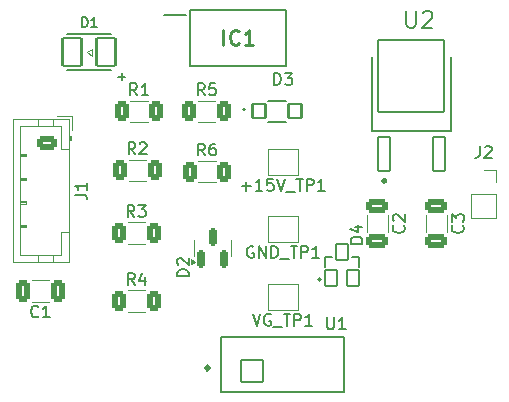
<source format=gbr>
%TF.GenerationSoftware,KiCad,Pcbnew,8.0.1*%
%TF.CreationDate,2025-03-02T16:25:42+00:00*%
%TF.ProjectId,PWM Control Circuit,50574d20-436f-46e7-9472-6f6c20436972,rev?*%
%TF.SameCoordinates,Original*%
%TF.FileFunction,Legend,Top*%
%TF.FilePolarity,Positive*%
%FSLAX46Y46*%
G04 Gerber Fmt 4.6, Leading zero omitted, Abs format (unit mm)*
G04 Created by KiCad (PCBNEW 8.0.1) date 2025-03-02 16:25:42*
%MOMM*%
%LPD*%
G01*
G04 APERTURE LIST*
G04 Aperture macros list*
%AMRoundRect*
0 Rectangle with rounded corners*
0 $1 Rounding radius*
0 $2 $3 $4 $5 $6 $7 $8 $9 X,Y pos of 4 corners*
0 Add a 4 corners polygon primitive as box body*
4,1,4,$2,$3,$4,$5,$6,$7,$8,$9,$2,$3,0*
0 Add four circle primitives for the rounded corners*
1,1,$1+$1,$2,$3*
1,1,$1+$1,$4,$5*
1,1,$1+$1,$6,$7*
1,1,$1+$1,$8,$9*
0 Add four rect primitives between the rounded corners*
20,1,$1+$1,$2,$3,$4,$5,0*
20,1,$1+$1,$4,$5,$6,$7,0*
20,1,$1+$1,$6,$7,$8,$9,0*
20,1,$1+$1,$8,$9,$2,$3,0*%
G04 Aperture macros list end*
%ADD10C,0.150000*%
%ADD11C,0.254000*%
%ADD12C,0.127000*%
%ADD13C,0.200000*%
%ADD14C,0.120000*%
%ADD15C,0.300000*%
%ADD16C,0.152400*%
%ADD17C,0.100000*%
%ADD18RoundRect,0.102000X-0.555000X-0.610000X0.555000X-0.610000X0.555000X0.610000X-0.555000X0.610000X0*%
%ADD19RoundRect,0.250000X-0.312500X-0.625000X0.312500X-0.625000X0.312500X0.625000X-0.312500X0.625000X0*%
%ADD20RoundRect,0.150000X0.150000X-0.587500X0.150000X0.587500X-0.150000X0.587500X-0.150000X-0.587500X0*%
%ADD21C,3.800000*%
%ADD22C,1.800000*%
%ADD23RoundRect,0.102000X-0.485000X-1.415000X0.485000X-1.415000X0.485000X1.415000X-0.485000X1.415000X0*%
%ADD24RoundRect,0.102000X-2.815000X-3.045000X2.815000X-3.045000X2.815000X3.045000X-2.815000X3.045000X0*%
%ADD25RoundRect,0.250000X-0.650000X0.325000X-0.650000X-0.325000X0.650000X-0.325000X0.650000X0.325000X0*%
%ADD26RoundRect,0.102000X0.500000X-0.700000X0.500000X0.700000X-0.500000X0.700000X-0.500000X-0.700000X0*%
%ADD27RoundRect,0.250000X-0.325000X-0.650000X0.325000X-0.650000X0.325000X0.650000X-0.325000X0.650000X0*%
%ADD28R,1.850000X0.650000*%
%ADD29RoundRect,0.102000X-0.955000X-0.955000X0.955000X-0.955000X0.955000X0.955000X-0.955000X0.955000X0*%
%ADD30C,2.114000*%
%ADD31R,1.350000X1.350000*%
%ADD32O,1.350000X1.350000*%
%ADD33RoundRect,0.250000X-0.625000X0.350000X-0.625000X-0.350000X0.625000X-0.350000X0.625000X0.350000X0*%
%ADD34O,1.750000X1.200000*%
%ADD35RoundRect,0.102000X-0.800000X-1.200000X0.800000X-1.200000X0.800000X1.200000X-0.800000X1.200000X0*%
G04 APERTURE END LIST*
D10*
X109256905Y-87769819D02*
X109256905Y-86769819D01*
X109256905Y-86769819D02*
X109495000Y-86769819D01*
X109495000Y-86769819D02*
X109637857Y-86817438D01*
X109637857Y-86817438D02*
X109733095Y-86912676D01*
X109733095Y-86912676D02*
X109780714Y-87007914D01*
X109780714Y-87007914D02*
X109828333Y-87198390D01*
X109828333Y-87198390D02*
X109828333Y-87341247D01*
X109828333Y-87341247D02*
X109780714Y-87531723D01*
X109780714Y-87531723D02*
X109733095Y-87626961D01*
X109733095Y-87626961D02*
X109637857Y-87722200D01*
X109637857Y-87722200D02*
X109495000Y-87769819D01*
X109495000Y-87769819D02*
X109256905Y-87769819D01*
X110161667Y-86769819D02*
X110780714Y-86769819D01*
X110780714Y-86769819D02*
X110447381Y-87150771D01*
X110447381Y-87150771D02*
X110590238Y-87150771D01*
X110590238Y-87150771D02*
X110685476Y-87198390D01*
X110685476Y-87198390D02*
X110733095Y-87246009D01*
X110733095Y-87246009D02*
X110780714Y-87341247D01*
X110780714Y-87341247D02*
X110780714Y-87579342D01*
X110780714Y-87579342D02*
X110733095Y-87674580D01*
X110733095Y-87674580D02*
X110685476Y-87722200D01*
X110685476Y-87722200D02*
X110590238Y-87769819D01*
X110590238Y-87769819D02*
X110304524Y-87769819D01*
X110304524Y-87769819D02*
X110209286Y-87722200D01*
X110209286Y-87722200D02*
X110161667Y-87674580D01*
X103370833Y-88634819D02*
X103037500Y-88158628D01*
X102799405Y-88634819D02*
X102799405Y-87634819D01*
X102799405Y-87634819D02*
X103180357Y-87634819D01*
X103180357Y-87634819D02*
X103275595Y-87682438D01*
X103275595Y-87682438D02*
X103323214Y-87730057D01*
X103323214Y-87730057D02*
X103370833Y-87825295D01*
X103370833Y-87825295D02*
X103370833Y-87968152D01*
X103370833Y-87968152D02*
X103323214Y-88063390D01*
X103323214Y-88063390D02*
X103275595Y-88111009D01*
X103275595Y-88111009D02*
X103180357Y-88158628D01*
X103180357Y-88158628D02*
X102799405Y-88158628D01*
X104275595Y-87634819D02*
X103799405Y-87634819D01*
X103799405Y-87634819D02*
X103751786Y-88111009D01*
X103751786Y-88111009D02*
X103799405Y-88063390D01*
X103799405Y-88063390D02*
X103894643Y-88015771D01*
X103894643Y-88015771D02*
X104132738Y-88015771D01*
X104132738Y-88015771D02*
X104227976Y-88063390D01*
X104227976Y-88063390D02*
X104275595Y-88111009D01*
X104275595Y-88111009D02*
X104323214Y-88206247D01*
X104323214Y-88206247D02*
X104323214Y-88444342D01*
X104323214Y-88444342D02*
X104275595Y-88539580D01*
X104275595Y-88539580D02*
X104227976Y-88587200D01*
X104227976Y-88587200D02*
X104132738Y-88634819D01*
X104132738Y-88634819D02*
X103894643Y-88634819D01*
X103894643Y-88634819D02*
X103799405Y-88587200D01*
X103799405Y-88587200D02*
X103751786Y-88539580D01*
X102042319Y-103950594D02*
X101042319Y-103950594D01*
X101042319Y-103950594D02*
X101042319Y-103712499D01*
X101042319Y-103712499D02*
X101089938Y-103569642D01*
X101089938Y-103569642D02*
X101185176Y-103474404D01*
X101185176Y-103474404D02*
X101280414Y-103426785D01*
X101280414Y-103426785D02*
X101470890Y-103379166D01*
X101470890Y-103379166D02*
X101613747Y-103379166D01*
X101613747Y-103379166D02*
X101804223Y-103426785D01*
X101804223Y-103426785D02*
X101899461Y-103474404D01*
X101899461Y-103474404D02*
X101994700Y-103569642D01*
X101994700Y-103569642D02*
X102042319Y-103712499D01*
X102042319Y-103712499D02*
X102042319Y-103950594D01*
X101137557Y-102998213D02*
X101089938Y-102950594D01*
X101089938Y-102950594D02*
X101042319Y-102855356D01*
X101042319Y-102855356D02*
X101042319Y-102617261D01*
X101042319Y-102617261D02*
X101089938Y-102522023D01*
X101089938Y-102522023D02*
X101137557Y-102474404D01*
X101137557Y-102474404D02*
X101232795Y-102426785D01*
X101232795Y-102426785D02*
X101328033Y-102426785D01*
X101328033Y-102426785D02*
X101470890Y-102474404D01*
X101470890Y-102474404D02*
X102042319Y-103045832D01*
X102042319Y-103045832D02*
X102042319Y-102426785D01*
X106500000Y-96348866D02*
X107261905Y-96348866D01*
X106880952Y-96729819D02*
X106880952Y-95967914D01*
X108261904Y-96729819D02*
X107690476Y-96729819D01*
X107976190Y-96729819D02*
X107976190Y-95729819D01*
X107976190Y-95729819D02*
X107880952Y-95872676D01*
X107880952Y-95872676D02*
X107785714Y-95967914D01*
X107785714Y-95967914D02*
X107690476Y-96015533D01*
X109166666Y-95729819D02*
X108690476Y-95729819D01*
X108690476Y-95729819D02*
X108642857Y-96206009D01*
X108642857Y-96206009D02*
X108690476Y-96158390D01*
X108690476Y-96158390D02*
X108785714Y-96110771D01*
X108785714Y-96110771D02*
X109023809Y-96110771D01*
X109023809Y-96110771D02*
X109119047Y-96158390D01*
X109119047Y-96158390D02*
X109166666Y-96206009D01*
X109166666Y-96206009D02*
X109214285Y-96301247D01*
X109214285Y-96301247D02*
X109214285Y-96539342D01*
X109214285Y-96539342D02*
X109166666Y-96634580D01*
X109166666Y-96634580D02*
X109119047Y-96682200D01*
X109119047Y-96682200D02*
X109023809Y-96729819D01*
X109023809Y-96729819D02*
X108785714Y-96729819D01*
X108785714Y-96729819D02*
X108690476Y-96682200D01*
X108690476Y-96682200D02*
X108642857Y-96634580D01*
X109500000Y-95729819D02*
X109833333Y-96729819D01*
X109833333Y-96729819D02*
X110166666Y-95729819D01*
X110261905Y-96825057D02*
X111023809Y-96825057D01*
X111119048Y-95729819D02*
X111690476Y-95729819D01*
X111404762Y-96729819D02*
X111404762Y-95729819D01*
X112023810Y-96729819D02*
X112023810Y-95729819D01*
X112023810Y-95729819D02*
X112404762Y-95729819D01*
X112404762Y-95729819D02*
X112500000Y-95777438D01*
X112500000Y-95777438D02*
X112547619Y-95825057D01*
X112547619Y-95825057D02*
X112595238Y-95920295D01*
X112595238Y-95920295D02*
X112595238Y-96063152D01*
X112595238Y-96063152D02*
X112547619Y-96158390D01*
X112547619Y-96158390D02*
X112500000Y-96206009D01*
X112500000Y-96206009D02*
X112404762Y-96253628D01*
X112404762Y-96253628D02*
X112023810Y-96253628D01*
X113547619Y-96729819D02*
X112976191Y-96729819D01*
X113261905Y-96729819D02*
X113261905Y-95729819D01*
X113261905Y-95729819D02*
X113166667Y-95872676D01*
X113166667Y-95872676D02*
X113071429Y-95967914D01*
X113071429Y-95967914D02*
X112976191Y-96015533D01*
X120451633Y-81510866D02*
X120451633Y-82644200D01*
X120451633Y-82644200D02*
X120518300Y-82777533D01*
X120518300Y-82777533D02*
X120584966Y-82844200D01*
X120584966Y-82844200D02*
X120718300Y-82910866D01*
X120718300Y-82910866D02*
X120984966Y-82910866D01*
X120984966Y-82910866D02*
X121118300Y-82844200D01*
X121118300Y-82844200D02*
X121184966Y-82777533D01*
X121184966Y-82777533D02*
X121251633Y-82644200D01*
X121251633Y-82644200D02*
X121251633Y-81510866D01*
X121851633Y-81644200D02*
X121918300Y-81577533D01*
X121918300Y-81577533D02*
X122051633Y-81510866D01*
X122051633Y-81510866D02*
X122384967Y-81510866D01*
X122384967Y-81510866D02*
X122518300Y-81577533D01*
X122518300Y-81577533D02*
X122584967Y-81644200D01*
X122584967Y-81644200D02*
X122651633Y-81777533D01*
X122651633Y-81777533D02*
X122651633Y-81910866D01*
X122651633Y-81910866D02*
X122584967Y-82110866D01*
X122584967Y-82110866D02*
X121784967Y-82910866D01*
X121784967Y-82910866D02*
X122651633Y-82910866D01*
X120209580Y-99666666D02*
X120257200Y-99714285D01*
X120257200Y-99714285D02*
X120304819Y-99857142D01*
X120304819Y-99857142D02*
X120304819Y-99952380D01*
X120304819Y-99952380D02*
X120257200Y-100095237D01*
X120257200Y-100095237D02*
X120161961Y-100190475D01*
X120161961Y-100190475D02*
X120066723Y-100238094D01*
X120066723Y-100238094D02*
X119876247Y-100285713D01*
X119876247Y-100285713D02*
X119733390Y-100285713D01*
X119733390Y-100285713D02*
X119542914Y-100238094D01*
X119542914Y-100238094D02*
X119447676Y-100190475D01*
X119447676Y-100190475D02*
X119352438Y-100095237D01*
X119352438Y-100095237D02*
X119304819Y-99952380D01*
X119304819Y-99952380D02*
X119304819Y-99857142D01*
X119304819Y-99857142D02*
X119352438Y-99714285D01*
X119352438Y-99714285D02*
X119400057Y-99666666D01*
X119400057Y-99285713D02*
X119352438Y-99238094D01*
X119352438Y-99238094D02*
X119304819Y-99142856D01*
X119304819Y-99142856D02*
X119304819Y-98904761D01*
X119304819Y-98904761D02*
X119352438Y-98809523D01*
X119352438Y-98809523D02*
X119400057Y-98761904D01*
X119400057Y-98761904D02*
X119495295Y-98714285D01*
X119495295Y-98714285D02*
X119590533Y-98714285D01*
X119590533Y-98714285D02*
X119733390Y-98761904D01*
X119733390Y-98761904D02*
X120304819Y-99333332D01*
X120304819Y-99333332D02*
X120304819Y-98714285D01*
X107499999Y-101452438D02*
X107404761Y-101404819D01*
X107404761Y-101404819D02*
X107261904Y-101404819D01*
X107261904Y-101404819D02*
X107119047Y-101452438D01*
X107119047Y-101452438D02*
X107023809Y-101547676D01*
X107023809Y-101547676D02*
X106976190Y-101642914D01*
X106976190Y-101642914D02*
X106928571Y-101833390D01*
X106928571Y-101833390D02*
X106928571Y-101976247D01*
X106928571Y-101976247D02*
X106976190Y-102166723D01*
X106976190Y-102166723D02*
X107023809Y-102261961D01*
X107023809Y-102261961D02*
X107119047Y-102357200D01*
X107119047Y-102357200D02*
X107261904Y-102404819D01*
X107261904Y-102404819D02*
X107357142Y-102404819D01*
X107357142Y-102404819D02*
X107499999Y-102357200D01*
X107499999Y-102357200D02*
X107547618Y-102309580D01*
X107547618Y-102309580D02*
X107547618Y-101976247D01*
X107547618Y-101976247D02*
X107357142Y-101976247D01*
X107976190Y-102404819D02*
X107976190Y-101404819D01*
X107976190Y-101404819D02*
X108547618Y-102404819D01*
X108547618Y-102404819D02*
X108547618Y-101404819D01*
X109023809Y-102404819D02*
X109023809Y-101404819D01*
X109023809Y-101404819D02*
X109261904Y-101404819D01*
X109261904Y-101404819D02*
X109404761Y-101452438D01*
X109404761Y-101452438D02*
X109499999Y-101547676D01*
X109499999Y-101547676D02*
X109547618Y-101642914D01*
X109547618Y-101642914D02*
X109595237Y-101833390D01*
X109595237Y-101833390D02*
X109595237Y-101976247D01*
X109595237Y-101976247D02*
X109547618Y-102166723D01*
X109547618Y-102166723D02*
X109499999Y-102261961D01*
X109499999Y-102261961D02*
X109404761Y-102357200D01*
X109404761Y-102357200D02*
X109261904Y-102404819D01*
X109261904Y-102404819D02*
X109023809Y-102404819D01*
X109785714Y-102500057D02*
X110547618Y-102500057D01*
X110642857Y-101404819D02*
X111214285Y-101404819D01*
X110928571Y-102404819D02*
X110928571Y-101404819D01*
X111547619Y-102404819D02*
X111547619Y-101404819D01*
X111547619Y-101404819D02*
X111928571Y-101404819D01*
X111928571Y-101404819D02*
X112023809Y-101452438D01*
X112023809Y-101452438D02*
X112071428Y-101500057D01*
X112071428Y-101500057D02*
X112119047Y-101595295D01*
X112119047Y-101595295D02*
X112119047Y-101738152D01*
X112119047Y-101738152D02*
X112071428Y-101833390D01*
X112071428Y-101833390D02*
X112023809Y-101881009D01*
X112023809Y-101881009D02*
X111928571Y-101928628D01*
X111928571Y-101928628D02*
X111547619Y-101928628D01*
X113071428Y-102404819D02*
X112500000Y-102404819D01*
X112785714Y-102404819D02*
X112785714Y-101404819D01*
X112785714Y-101404819D02*
X112690476Y-101547676D01*
X112690476Y-101547676D02*
X112595238Y-101642914D01*
X112595238Y-101642914D02*
X112500000Y-101690533D01*
X97645833Y-88634819D02*
X97312500Y-88158628D01*
X97074405Y-88634819D02*
X97074405Y-87634819D01*
X97074405Y-87634819D02*
X97455357Y-87634819D01*
X97455357Y-87634819D02*
X97550595Y-87682438D01*
X97550595Y-87682438D02*
X97598214Y-87730057D01*
X97598214Y-87730057D02*
X97645833Y-87825295D01*
X97645833Y-87825295D02*
X97645833Y-87968152D01*
X97645833Y-87968152D02*
X97598214Y-88063390D01*
X97598214Y-88063390D02*
X97550595Y-88111009D01*
X97550595Y-88111009D02*
X97455357Y-88158628D01*
X97455357Y-88158628D02*
X97074405Y-88158628D01*
X98598214Y-88634819D02*
X98026786Y-88634819D01*
X98312500Y-88634819D02*
X98312500Y-87634819D01*
X98312500Y-87634819D02*
X98217262Y-87777676D01*
X98217262Y-87777676D02*
X98122024Y-87872914D01*
X98122024Y-87872914D02*
X98026786Y-87920533D01*
X116727184Y-101195645D02*
X115725822Y-101195645D01*
X115725822Y-101195645D02*
X115725822Y-100957225D01*
X115725822Y-100957225D02*
X115773506Y-100814174D01*
X115773506Y-100814174D02*
X115868874Y-100718806D01*
X115868874Y-100718806D02*
X115964242Y-100671122D01*
X115964242Y-100671122D02*
X116154978Y-100623438D01*
X116154978Y-100623438D02*
X116298029Y-100623438D01*
X116298029Y-100623438D02*
X116488765Y-100671122D01*
X116488765Y-100671122D02*
X116584133Y-100718806D01*
X116584133Y-100718806D02*
X116679501Y-100814174D01*
X116679501Y-100814174D02*
X116727184Y-100957225D01*
X116727184Y-100957225D02*
X116727184Y-101195645D01*
X116059610Y-99765128D02*
X116727184Y-99765128D01*
X115678139Y-100003547D02*
X116393397Y-100241967D01*
X116393397Y-100241967D02*
X116393397Y-99622076D01*
X89298333Y-107359580D02*
X89250714Y-107407200D01*
X89250714Y-107407200D02*
X89107857Y-107454819D01*
X89107857Y-107454819D02*
X89012619Y-107454819D01*
X89012619Y-107454819D02*
X88869762Y-107407200D01*
X88869762Y-107407200D02*
X88774524Y-107311961D01*
X88774524Y-107311961D02*
X88726905Y-107216723D01*
X88726905Y-107216723D02*
X88679286Y-107026247D01*
X88679286Y-107026247D02*
X88679286Y-106883390D01*
X88679286Y-106883390D02*
X88726905Y-106692914D01*
X88726905Y-106692914D02*
X88774524Y-106597676D01*
X88774524Y-106597676D02*
X88869762Y-106502438D01*
X88869762Y-106502438D02*
X89012619Y-106454819D01*
X89012619Y-106454819D02*
X89107857Y-106454819D01*
X89107857Y-106454819D02*
X89250714Y-106502438D01*
X89250714Y-106502438D02*
X89298333Y-106550057D01*
X90250714Y-107454819D02*
X89679286Y-107454819D01*
X89965000Y-107454819D02*
X89965000Y-106454819D01*
X89965000Y-106454819D02*
X89869762Y-106597676D01*
X89869762Y-106597676D02*
X89774524Y-106692914D01*
X89774524Y-106692914D02*
X89679286Y-106740533D01*
X103395833Y-93734819D02*
X103062500Y-93258628D01*
X102824405Y-93734819D02*
X102824405Y-92734819D01*
X102824405Y-92734819D02*
X103205357Y-92734819D01*
X103205357Y-92734819D02*
X103300595Y-92782438D01*
X103300595Y-92782438D02*
X103348214Y-92830057D01*
X103348214Y-92830057D02*
X103395833Y-92925295D01*
X103395833Y-92925295D02*
X103395833Y-93068152D01*
X103395833Y-93068152D02*
X103348214Y-93163390D01*
X103348214Y-93163390D02*
X103300595Y-93211009D01*
X103300595Y-93211009D02*
X103205357Y-93258628D01*
X103205357Y-93258628D02*
X102824405Y-93258628D01*
X104252976Y-92734819D02*
X104062500Y-92734819D01*
X104062500Y-92734819D02*
X103967262Y-92782438D01*
X103967262Y-92782438D02*
X103919643Y-92830057D01*
X103919643Y-92830057D02*
X103824405Y-92972914D01*
X103824405Y-92972914D02*
X103776786Y-93163390D01*
X103776786Y-93163390D02*
X103776786Y-93544342D01*
X103776786Y-93544342D02*
X103824405Y-93639580D01*
X103824405Y-93639580D02*
X103872024Y-93687200D01*
X103872024Y-93687200D02*
X103967262Y-93734819D01*
X103967262Y-93734819D02*
X104157738Y-93734819D01*
X104157738Y-93734819D02*
X104252976Y-93687200D01*
X104252976Y-93687200D02*
X104300595Y-93639580D01*
X104300595Y-93639580D02*
X104348214Y-93544342D01*
X104348214Y-93544342D02*
X104348214Y-93306247D01*
X104348214Y-93306247D02*
X104300595Y-93211009D01*
X104300595Y-93211009D02*
X104252976Y-93163390D01*
X104252976Y-93163390D02*
X104157738Y-93115771D01*
X104157738Y-93115771D02*
X103967262Y-93115771D01*
X103967262Y-93115771D02*
X103872024Y-93163390D01*
X103872024Y-93163390D02*
X103824405Y-93211009D01*
X103824405Y-93211009D02*
X103776786Y-93306247D01*
X107428571Y-107154819D02*
X107761904Y-108154819D01*
X107761904Y-108154819D02*
X108095237Y-107154819D01*
X108952380Y-107202438D02*
X108857142Y-107154819D01*
X108857142Y-107154819D02*
X108714285Y-107154819D01*
X108714285Y-107154819D02*
X108571428Y-107202438D01*
X108571428Y-107202438D02*
X108476190Y-107297676D01*
X108476190Y-107297676D02*
X108428571Y-107392914D01*
X108428571Y-107392914D02*
X108380952Y-107583390D01*
X108380952Y-107583390D02*
X108380952Y-107726247D01*
X108380952Y-107726247D02*
X108428571Y-107916723D01*
X108428571Y-107916723D02*
X108476190Y-108011961D01*
X108476190Y-108011961D02*
X108571428Y-108107200D01*
X108571428Y-108107200D02*
X108714285Y-108154819D01*
X108714285Y-108154819D02*
X108809523Y-108154819D01*
X108809523Y-108154819D02*
X108952380Y-108107200D01*
X108952380Y-108107200D02*
X108999999Y-108059580D01*
X108999999Y-108059580D02*
X108999999Y-107726247D01*
X108999999Y-107726247D02*
X108809523Y-107726247D01*
X109190476Y-108250057D02*
X109952380Y-108250057D01*
X110047619Y-107154819D02*
X110619047Y-107154819D01*
X110333333Y-108154819D02*
X110333333Y-107154819D01*
X110952381Y-108154819D02*
X110952381Y-107154819D01*
X110952381Y-107154819D02*
X111333333Y-107154819D01*
X111333333Y-107154819D02*
X111428571Y-107202438D01*
X111428571Y-107202438D02*
X111476190Y-107250057D01*
X111476190Y-107250057D02*
X111523809Y-107345295D01*
X111523809Y-107345295D02*
X111523809Y-107488152D01*
X111523809Y-107488152D02*
X111476190Y-107583390D01*
X111476190Y-107583390D02*
X111428571Y-107631009D01*
X111428571Y-107631009D02*
X111333333Y-107678628D01*
X111333333Y-107678628D02*
X110952381Y-107678628D01*
X112476190Y-108154819D02*
X111904762Y-108154819D01*
X112190476Y-108154819D02*
X112190476Y-107154819D01*
X112190476Y-107154819D02*
X112095238Y-107297676D01*
X112095238Y-107297676D02*
X112000000Y-107392914D01*
X112000000Y-107392914D02*
X111904762Y-107440533D01*
X125209580Y-99666666D02*
X125257200Y-99714285D01*
X125257200Y-99714285D02*
X125304819Y-99857142D01*
X125304819Y-99857142D02*
X125304819Y-99952380D01*
X125304819Y-99952380D02*
X125257200Y-100095237D01*
X125257200Y-100095237D02*
X125161961Y-100190475D01*
X125161961Y-100190475D02*
X125066723Y-100238094D01*
X125066723Y-100238094D02*
X124876247Y-100285713D01*
X124876247Y-100285713D02*
X124733390Y-100285713D01*
X124733390Y-100285713D02*
X124542914Y-100238094D01*
X124542914Y-100238094D02*
X124447676Y-100190475D01*
X124447676Y-100190475D02*
X124352438Y-100095237D01*
X124352438Y-100095237D02*
X124304819Y-99952380D01*
X124304819Y-99952380D02*
X124304819Y-99857142D01*
X124304819Y-99857142D02*
X124352438Y-99714285D01*
X124352438Y-99714285D02*
X124400057Y-99666666D01*
X124304819Y-99333332D02*
X124304819Y-98714285D01*
X124304819Y-98714285D02*
X124685771Y-99047618D01*
X124685771Y-99047618D02*
X124685771Y-98904761D01*
X124685771Y-98904761D02*
X124733390Y-98809523D01*
X124733390Y-98809523D02*
X124781009Y-98761904D01*
X124781009Y-98761904D02*
X124876247Y-98714285D01*
X124876247Y-98714285D02*
X125114342Y-98714285D01*
X125114342Y-98714285D02*
X125209580Y-98761904D01*
X125209580Y-98761904D02*
X125257200Y-98809523D01*
X125257200Y-98809523D02*
X125304819Y-98904761D01*
X125304819Y-98904761D02*
X125304819Y-99190475D01*
X125304819Y-99190475D02*
X125257200Y-99285713D01*
X125257200Y-99285713D02*
X125209580Y-99333332D01*
X97495833Y-93634819D02*
X97162500Y-93158628D01*
X96924405Y-93634819D02*
X96924405Y-92634819D01*
X96924405Y-92634819D02*
X97305357Y-92634819D01*
X97305357Y-92634819D02*
X97400595Y-92682438D01*
X97400595Y-92682438D02*
X97448214Y-92730057D01*
X97448214Y-92730057D02*
X97495833Y-92825295D01*
X97495833Y-92825295D02*
X97495833Y-92968152D01*
X97495833Y-92968152D02*
X97448214Y-93063390D01*
X97448214Y-93063390D02*
X97400595Y-93111009D01*
X97400595Y-93111009D02*
X97305357Y-93158628D01*
X97305357Y-93158628D02*
X96924405Y-93158628D01*
X97876786Y-92730057D02*
X97924405Y-92682438D01*
X97924405Y-92682438D02*
X98019643Y-92634819D01*
X98019643Y-92634819D02*
X98257738Y-92634819D01*
X98257738Y-92634819D02*
X98352976Y-92682438D01*
X98352976Y-92682438D02*
X98400595Y-92730057D01*
X98400595Y-92730057D02*
X98448214Y-92825295D01*
X98448214Y-92825295D02*
X98448214Y-92920533D01*
X98448214Y-92920533D02*
X98400595Y-93063390D01*
X98400595Y-93063390D02*
X97829167Y-93634819D01*
X97829167Y-93634819D02*
X98448214Y-93634819D01*
X97420833Y-98934819D02*
X97087500Y-98458628D01*
X96849405Y-98934819D02*
X96849405Y-97934819D01*
X96849405Y-97934819D02*
X97230357Y-97934819D01*
X97230357Y-97934819D02*
X97325595Y-97982438D01*
X97325595Y-97982438D02*
X97373214Y-98030057D01*
X97373214Y-98030057D02*
X97420833Y-98125295D01*
X97420833Y-98125295D02*
X97420833Y-98268152D01*
X97420833Y-98268152D02*
X97373214Y-98363390D01*
X97373214Y-98363390D02*
X97325595Y-98411009D01*
X97325595Y-98411009D02*
X97230357Y-98458628D01*
X97230357Y-98458628D02*
X96849405Y-98458628D01*
X97754167Y-97934819D02*
X98373214Y-97934819D01*
X98373214Y-97934819D02*
X98039881Y-98315771D01*
X98039881Y-98315771D02*
X98182738Y-98315771D01*
X98182738Y-98315771D02*
X98277976Y-98363390D01*
X98277976Y-98363390D02*
X98325595Y-98411009D01*
X98325595Y-98411009D02*
X98373214Y-98506247D01*
X98373214Y-98506247D02*
X98373214Y-98744342D01*
X98373214Y-98744342D02*
X98325595Y-98839580D01*
X98325595Y-98839580D02*
X98277976Y-98887200D01*
X98277976Y-98887200D02*
X98182738Y-98934819D01*
X98182738Y-98934819D02*
X97897024Y-98934819D01*
X97897024Y-98934819D02*
X97801786Y-98887200D01*
X97801786Y-98887200D02*
X97754167Y-98839580D01*
X97445833Y-104709819D02*
X97112500Y-104233628D01*
X96874405Y-104709819D02*
X96874405Y-103709819D01*
X96874405Y-103709819D02*
X97255357Y-103709819D01*
X97255357Y-103709819D02*
X97350595Y-103757438D01*
X97350595Y-103757438D02*
X97398214Y-103805057D01*
X97398214Y-103805057D02*
X97445833Y-103900295D01*
X97445833Y-103900295D02*
X97445833Y-104043152D01*
X97445833Y-104043152D02*
X97398214Y-104138390D01*
X97398214Y-104138390D02*
X97350595Y-104186009D01*
X97350595Y-104186009D02*
X97255357Y-104233628D01*
X97255357Y-104233628D02*
X96874405Y-104233628D01*
X98302976Y-104043152D02*
X98302976Y-104709819D01*
X98064881Y-103662200D02*
X97826786Y-104376485D01*
X97826786Y-104376485D02*
X98445833Y-104376485D01*
D11*
X104960237Y-84374318D02*
X104960237Y-83104318D01*
X106290714Y-84253365D02*
X106230238Y-84313842D01*
X106230238Y-84313842D02*
X106048809Y-84374318D01*
X106048809Y-84374318D02*
X105927857Y-84374318D01*
X105927857Y-84374318D02*
X105746428Y-84313842D01*
X105746428Y-84313842D02*
X105625476Y-84192889D01*
X105625476Y-84192889D02*
X105564999Y-84071937D01*
X105564999Y-84071937D02*
X105504523Y-83830032D01*
X105504523Y-83830032D02*
X105504523Y-83648603D01*
X105504523Y-83648603D02*
X105564999Y-83406699D01*
X105564999Y-83406699D02*
X105625476Y-83285746D01*
X105625476Y-83285746D02*
X105746428Y-83164794D01*
X105746428Y-83164794D02*
X105927857Y-83104318D01*
X105927857Y-83104318D02*
X106048809Y-83104318D01*
X106048809Y-83104318D02*
X106230238Y-83164794D01*
X106230238Y-83164794D02*
X106290714Y-83225270D01*
X107500238Y-84374318D02*
X106774523Y-84374318D01*
X107137380Y-84374318D02*
X107137380Y-83104318D01*
X107137380Y-83104318D02*
X107016428Y-83285746D01*
X107016428Y-83285746D02*
X106895476Y-83406699D01*
X106895476Y-83406699D02*
X106774523Y-83467175D01*
D10*
X113738095Y-107454819D02*
X113738095Y-108264342D01*
X113738095Y-108264342D02*
X113785714Y-108359580D01*
X113785714Y-108359580D02*
X113833333Y-108407200D01*
X113833333Y-108407200D02*
X113928571Y-108454819D01*
X113928571Y-108454819D02*
X114119047Y-108454819D01*
X114119047Y-108454819D02*
X114214285Y-108407200D01*
X114214285Y-108407200D02*
X114261904Y-108359580D01*
X114261904Y-108359580D02*
X114309523Y-108264342D01*
X114309523Y-108264342D02*
X114309523Y-107454819D01*
X115309523Y-108454819D02*
X114738095Y-108454819D01*
X115023809Y-108454819D02*
X115023809Y-107454819D01*
X115023809Y-107454819D02*
X114928571Y-107597676D01*
X114928571Y-107597676D02*
X114833333Y-107692914D01*
X114833333Y-107692914D02*
X114738095Y-107740533D01*
X126666666Y-92954819D02*
X126666666Y-93669104D01*
X126666666Y-93669104D02*
X126619047Y-93811961D01*
X126619047Y-93811961D02*
X126523809Y-93907200D01*
X126523809Y-93907200D02*
X126380952Y-93954819D01*
X126380952Y-93954819D02*
X126285714Y-93954819D01*
X127095238Y-93050057D02*
X127142857Y-93002438D01*
X127142857Y-93002438D02*
X127238095Y-92954819D01*
X127238095Y-92954819D02*
X127476190Y-92954819D01*
X127476190Y-92954819D02*
X127571428Y-93002438D01*
X127571428Y-93002438D02*
X127619047Y-93050057D01*
X127619047Y-93050057D02*
X127666666Y-93145295D01*
X127666666Y-93145295D02*
X127666666Y-93240533D01*
X127666666Y-93240533D02*
X127619047Y-93383390D01*
X127619047Y-93383390D02*
X127047619Y-93954819D01*
X127047619Y-93954819D02*
X127666666Y-93954819D01*
X92394819Y-97053333D02*
X93109104Y-97053333D01*
X93109104Y-97053333D02*
X93251961Y-97100952D01*
X93251961Y-97100952D02*
X93347200Y-97196190D01*
X93347200Y-97196190D02*
X93394819Y-97339047D01*
X93394819Y-97339047D02*
X93394819Y-97434285D01*
X93394819Y-96053333D02*
X93394819Y-96624761D01*
X93394819Y-96339047D02*
X92394819Y-96339047D01*
X92394819Y-96339047D02*
X92537676Y-96434285D01*
X92537676Y-96434285D02*
X92632914Y-96529523D01*
X92632914Y-96529523D02*
X92680533Y-96624761D01*
X93009524Y-82854295D02*
X93009524Y-82054295D01*
X93009524Y-82054295D02*
X93200000Y-82054295D01*
X93200000Y-82054295D02*
X93314286Y-82092390D01*
X93314286Y-82092390D02*
X93390476Y-82168580D01*
X93390476Y-82168580D02*
X93428571Y-82244771D01*
X93428571Y-82244771D02*
X93466667Y-82397152D01*
X93466667Y-82397152D02*
X93466667Y-82511438D01*
X93466667Y-82511438D02*
X93428571Y-82663819D01*
X93428571Y-82663819D02*
X93390476Y-82740009D01*
X93390476Y-82740009D02*
X93314286Y-82816200D01*
X93314286Y-82816200D02*
X93200000Y-82854295D01*
X93200000Y-82854295D02*
X93009524Y-82854295D01*
X94228571Y-82854295D02*
X93771428Y-82854295D01*
X94000000Y-82854295D02*
X94000000Y-82054295D01*
X94000000Y-82054295D02*
X93923809Y-82168580D01*
X93923809Y-82168580D02*
X93847619Y-82244771D01*
X93847619Y-82244771D02*
X93771428Y-82282866D01*
X96032738Y-87057533D02*
X96642262Y-87057533D01*
X96337500Y-87362295D02*
X96337500Y-86752771D01*
D12*
%TO.C,D3*%
X108750000Y-89100000D02*
X110250000Y-89100000D01*
X108750000Y-90900000D02*
X110250000Y-90900000D01*
D13*
X106805000Y-89873000D02*
G75*
G02*
X106605000Y-89873000I-100000J0D01*
G01*
X106605000Y-89873000D02*
G75*
G02*
X106805000Y-89873000I100000J0D01*
G01*
D14*
%TO.C,R5*%
X102810436Y-89090000D02*
X104264564Y-89090000D01*
X102810436Y-90910000D02*
X104264564Y-90910000D01*
%TO.C,D2*%
X102490000Y-101562500D02*
X102490000Y-100912500D01*
X102490000Y-101562500D02*
X102490000Y-102212500D01*
X105610000Y-101562500D02*
X105610000Y-100912500D01*
X105610000Y-101562500D02*
X105610000Y-102212500D01*
X102540000Y-102725000D02*
X102210000Y-102965000D01*
X102210000Y-102485000D01*
X102540000Y-102725000D01*
G36*
X102540000Y-102725000D02*
G01*
X102210000Y-102965000D01*
X102210000Y-102485000D01*
X102540000Y-102725000D01*
G37*
%TO.C,+15V_TP1*%
X108700000Y-93225000D02*
X108700000Y-94925000D01*
X108700000Y-94925000D02*
X108700000Y-95425000D01*
X108700000Y-95425000D02*
X111300000Y-95425000D01*
X111300000Y-93225000D02*
X108700000Y-93225000D01*
X111300000Y-95425000D02*
X111300000Y-93225000D01*
D12*
%TO.C,U2*%
X117513300Y-91638000D02*
X117513300Y-85417000D01*
X124253300Y-85417000D02*
X124253300Y-91638000D01*
X124253300Y-91638000D02*
X117513300Y-91638000D01*
D15*
X118683300Y-95910000D02*
G75*
G02*
X118483300Y-95910000I-100000J0D01*
G01*
X118483300Y-95910000D02*
G75*
G02*
X118683300Y-95910000I100000J0D01*
G01*
D14*
%TO.C,C2*%
X117090000Y-98788748D02*
X117090000Y-100211252D01*
X118910000Y-98788748D02*
X118910000Y-100211252D01*
%TO.C,GND_TP1*%
X108700000Y-98900000D02*
X108700000Y-100600000D01*
X108700000Y-100600000D02*
X108700000Y-101100000D01*
X108700000Y-101100000D02*
X111300000Y-101100000D01*
X111300000Y-98900000D02*
X108700000Y-98900000D01*
X111300000Y-101100000D02*
X111300000Y-98900000D01*
%TO.C,R1*%
X97085436Y-89090000D02*
X98539564Y-89090000D01*
X97085436Y-90910000D02*
X98539564Y-90910000D01*
D16*
%TO.C,D4*%
X113577600Y-102339600D02*
X114136400Y-102339600D01*
X113577600Y-103152400D02*
X113577600Y-102339600D01*
X115863600Y-102339600D02*
X116422400Y-102339600D01*
X116422400Y-102339600D02*
X116422400Y-103152400D01*
D12*
X113222000Y-104270000D02*
G75*
G02*
X112968000Y-104270000I-127000J0D01*
G01*
X112968000Y-104270000D02*
G75*
G02*
X113222000Y-104270000I127000J0D01*
G01*
D14*
%TO.C,C1*%
X88753748Y-104290000D02*
X90176252Y-104290000D01*
X88753748Y-106110000D02*
X90176252Y-106110000D01*
%TO.C,R6*%
X102835436Y-94190000D02*
X104289564Y-94190000D01*
X102835436Y-96010000D02*
X104289564Y-96010000D01*
%TO.C,VG_TP1*%
X108700000Y-104650000D02*
X108700000Y-106350000D01*
X108700000Y-106350000D02*
X108700000Y-106850000D01*
X108700000Y-106850000D02*
X111300000Y-106850000D01*
X111300000Y-104650000D02*
X108700000Y-104650000D01*
X111300000Y-106850000D02*
X111300000Y-104650000D01*
%TO.C,C3*%
X122090000Y-98788748D02*
X122090000Y-100211252D01*
X123910000Y-98788748D02*
X123910000Y-100211252D01*
%TO.C,R2*%
X96935436Y-94090000D02*
X98389564Y-94090000D01*
X96935436Y-95910000D02*
X98389564Y-95910000D01*
%TO.C,R3*%
X96860436Y-99390000D02*
X98314564Y-99390000D01*
X96860436Y-101210000D02*
X98314564Y-101210000D01*
%TO.C,R4*%
X96885436Y-105165000D02*
X98339564Y-105165000D01*
X96885436Y-106985000D02*
X98339564Y-106985000D01*
D13*
%TO.C,IC1*%
X99950000Y-81855000D02*
X101800000Y-81855000D01*
X102150000Y-81460000D02*
X110250000Y-81460000D01*
X102150000Y-86140000D02*
X102150000Y-81460000D01*
X110250000Y-81460000D02*
X110250000Y-86140000D01*
X110250000Y-86140000D02*
X102150000Y-86140000D01*
D12*
%TO.C,U1*%
X104760000Y-109140000D02*
X115160000Y-109140000D01*
X104760000Y-113740000D02*
X104760000Y-109140000D01*
X115160000Y-109140000D02*
X115160000Y-113740000D01*
X115160000Y-113740000D02*
X104760000Y-113740000D01*
D15*
X103760000Y-111740000D02*
G75*
G02*
X103460000Y-111740000I-150000J0D01*
G01*
X103460000Y-111740000D02*
G75*
G02*
X103760000Y-111740000I150000J0D01*
G01*
D14*
%TO.C,J2*%
X125940000Y-97000000D02*
X125940000Y-99060000D01*
X125940000Y-97000000D02*
X128060000Y-97000000D01*
X125940000Y-99060000D02*
X128060000Y-99060000D01*
X127000000Y-94940000D02*
X128060000Y-94940000D01*
X128060000Y-94940000D02*
X128060000Y-96000000D01*
X128060000Y-97000000D02*
X128060000Y-99060000D01*
%TO.C,J1*%
X87130000Y-90660000D02*
X87130000Y-102780000D01*
X87130000Y-102780000D02*
X91850000Y-102780000D01*
X87740000Y-91270000D02*
X87740000Y-102170000D01*
X87740000Y-93620000D02*
X88240000Y-93620000D01*
X87740000Y-93720000D02*
X88240000Y-93720000D01*
X87740000Y-95620000D02*
X88240000Y-95620000D01*
X87740000Y-95720000D02*
X88240000Y-95720000D01*
X87740000Y-97620000D02*
X88240000Y-97620000D01*
X87740000Y-97720000D02*
X88240000Y-97720000D01*
X87740000Y-99620000D02*
X88240000Y-99620000D01*
X87740000Y-99720000D02*
X88240000Y-99720000D01*
X87740000Y-102170000D02*
X91240000Y-102170000D01*
X88240000Y-93620000D02*
X88240000Y-93820000D01*
X88240000Y-93820000D02*
X87740000Y-93820000D01*
X88240000Y-95620000D02*
X88240000Y-95820000D01*
X88240000Y-95820000D02*
X87740000Y-95820000D01*
X88240000Y-97620000D02*
X88240000Y-97820000D01*
X88240000Y-97820000D02*
X87740000Y-97820000D01*
X88240000Y-99620000D02*
X88240000Y-99820000D01*
X88240000Y-99820000D02*
X87740000Y-99820000D01*
X89240000Y-90660000D02*
X89240000Y-91270000D01*
X89240000Y-102780000D02*
X89240000Y-102170000D01*
X90540000Y-90660000D02*
X90540000Y-91270000D01*
X90540000Y-102780000D02*
X90540000Y-102170000D01*
X91240000Y-91270000D02*
X87740000Y-91270000D01*
X91240000Y-93220000D02*
X91240000Y-91270000D01*
X91240000Y-100220000D02*
X91850000Y-100220000D01*
X91240000Y-102170000D02*
X91240000Y-100220000D01*
X91850000Y-90660000D02*
X87130000Y-90660000D01*
X91850000Y-92420000D02*
X92050000Y-92420000D01*
X91850000Y-93220000D02*
X91240000Y-93220000D01*
X91850000Y-102780000D02*
X91850000Y-90660000D01*
X91950000Y-92420000D02*
X91950000Y-92120000D01*
X92050000Y-92120000D02*
X91850000Y-92120000D01*
X92050000Y-92420000D02*
X92050000Y-92120000D01*
X92150000Y-90360000D02*
X90900000Y-90360000D01*
X92150000Y-91610000D02*
X92150000Y-90360000D01*
D13*
%TO.C,D1*%
X91750000Y-83500000D02*
X95450000Y-83500000D01*
D17*
X93400000Y-85000000D02*
X93800000Y-84750000D01*
X93800000Y-84750000D02*
X93800000Y-85300000D01*
X93800000Y-85300000D02*
X93400000Y-85000000D01*
D13*
X95450000Y-86500000D02*
X91750000Y-86500000D01*
%TD*%
%LPC*%
D18*
%TO.C,D3*%
X107950000Y-90000000D03*
X111050000Y-90000000D03*
%TD*%
D19*
%TO.C,R5*%
X102075000Y-90000000D03*
X105000000Y-90000000D03*
%TD*%
D20*
%TO.C,D2*%
X103100000Y-102500000D03*
X105000000Y-102500000D03*
X104050000Y-100625000D03*
%TD*%
D21*
%TO.C,H1*%
X88500000Y-80500000D03*
%TD*%
D22*
%TO.C,+15V_TP1*%
X110000000Y-94325000D03*
%TD*%
D23*
%TO.C,U2*%
X118593300Y-93650000D03*
D24*
X120883300Y-87000000D03*
D23*
X123173300Y-93650000D03*
%TD*%
D25*
%TO.C,C2*%
X118000000Y-98025000D03*
X118000000Y-100975000D03*
%TD*%
D22*
%TO.C,GND_TP1*%
X110000000Y-100000000D03*
%TD*%
D19*
%TO.C,R1*%
X96350000Y-90000000D03*
X99275000Y-90000000D03*
%TD*%
D26*
%TO.C,D4*%
X114050000Y-104100000D03*
X115950000Y-104100000D03*
X115000000Y-101900000D03*
%TD*%
D27*
%TO.C,C1*%
X87990000Y-105200000D03*
X90940000Y-105200000D03*
%TD*%
D19*
%TO.C,R6*%
X102100000Y-95100000D03*
X105025000Y-95100000D03*
%TD*%
D22*
%TO.C,VG_TP1*%
X110000000Y-105750000D03*
%TD*%
D21*
%TO.C,H3*%
X88500000Y-112000000D03*
%TD*%
D25*
%TO.C,C3*%
X123000000Y-98025000D03*
X123000000Y-100975000D03*
%TD*%
D19*
%TO.C,R2*%
X96200000Y-95000000D03*
X99125000Y-95000000D03*
%TD*%
%TO.C,R3*%
X96125000Y-100300000D03*
X99050000Y-100300000D03*
%TD*%
%TO.C,R4*%
X96150000Y-106075000D03*
X99075000Y-106075000D03*
%TD*%
D28*
%TO.C,IC1*%
X100875000Y-82530000D03*
X100875000Y-83800000D03*
X100875000Y-85070000D03*
X111525000Y-85070000D03*
X111525000Y-83800000D03*
X111525000Y-82530000D03*
%TD*%
D29*
%TO.C,U1*%
X107420000Y-112000000D03*
D30*
X109960000Y-112000000D03*
X112500000Y-112000000D03*
%TD*%
D21*
%TO.C,H4*%
X127000000Y-112000000D03*
%TD*%
D31*
%TO.C,J2*%
X127000000Y-96000000D03*
D32*
X127000000Y-98000000D03*
%TD*%
D21*
%TO.C,H2*%
X127000000Y-80500000D03*
%TD*%
D33*
%TO.C,J1*%
X90040000Y-92720000D03*
D34*
X90040000Y-94720000D03*
X90040000Y-96720000D03*
X90040000Y-98720000D03*
X90040000Y-100720000D03*
%TD*%
D35*
%TO.C,D1*%
X92175000Y-85000000D03*
X95025000Y-85000000D03*
%TD*%
%LPD*%
M02*

</source>
